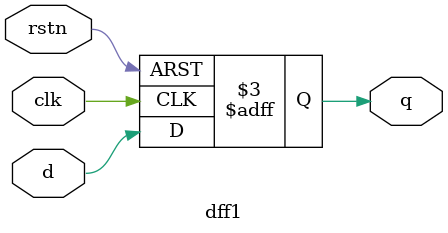
<source format=v>
`timescale 1ns / 1ps


module dff(
    input d,
    input rstn,
    input clk,
    output reg q
    );
    
    always @ (posedge clk)
        if(!rstn)
            q <=0;
        else 
            q <= d;
            
endmodule

module dff1(
    input d,
    input rstn,
    input clk,
    output reg q
    );
    
    always @ (posedge clk or negedge rstn)
        if(!rstn)
            q <=0;
        else 
            q <= d;
            
endmodule

</source>
